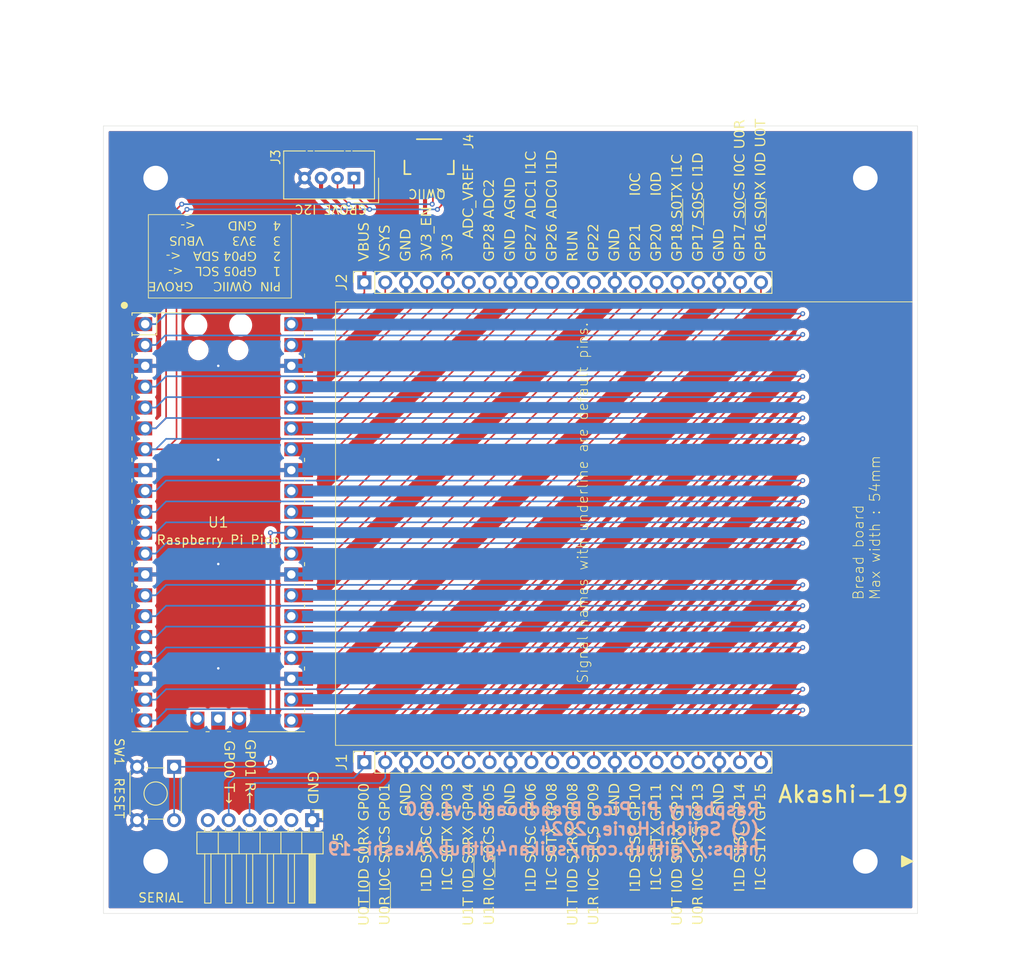
<source format=kicad_pcb>
(kicad_pcb (version 20221018) (generator pcbnew)
  (layers (0 "F.Cu" signal) (31 "B.Cu" signal) (34 "B.Paste" user) (35 "F.Paste" user) (36 "B.SilkS" user "B.Silkscreen") (37 "F.SilkS" user "F.Silkscreen") (38 "B.Mask" user) (39 "F.Mask" user) (44 "Edge.Cuts" user))
  (net 0 "")
  (net 4 "/SCL")
  (net 5 "/SDA")
  (net 6 "Net-(J2-Pin_4)")
  (net 7 "Net-(J1-Pin_4)")
  (net 8 "+5V")
  (net 9 "/TX")
  (net 10 "Net-(J2-Pin_9)")
  (net 11 "Net-(J2-Pin_10)")
  (net 12 "Net-(J2-Pin_11)")
  (net 13 "Net-(J2-Pin_12)")
  (net 14 "Net-(J2-Pin_14)")
  (net 15 "Net-(J2-Pin_15)")
  (net 16 "Net-(J2-Pin_16)")
  (net 17 "Net-(J2-Pin_17)")
  (net 18 "GND")
  (net 19 "Net-(J2-Pin_19)")
  (net 20 "Net-(J2-Pin_20)")
  (net 21 "Net-(J1-Pin_5)")
  (net 22 "Net-(J1-Pin_9)")
  (net 23 "Net-(J1-Pin_10)")
  (net 24 "Net-(J1-Pin_11)")
  (net 25 "Net-(J1-Pin_12)")
  (net 26 "Net-(J1-Pin_14)")
  (net 27 "Net-(J1-Pin_15)")
  (net 28 "Net-(J1-Pin_16)")
  (net 29 "Net-(J1-Pin_17)")
  (net 30 "Net-(J1-Pin_19)")
  (net 31 "Net-(J1-Pin_20)")
  (net 32 "Net-(J2-Pin_2)")
  (net 33 "+3.3V")
  (net 34 "Net-(J2-Pin_6)")
  (net 35 "Net-(J2-Pin_7)")
  (net 36 "/RX")
  (footprint "Connector_PinSocket_2.54mm:PinSocket_1x20_P2.54mm_Vertical" (layer "F.Cu") (at 129.54 129.54 90)
    (fp_text reference "J1" (at 0 -2.77 90) (layer "F.SilkS") (effects (font (size 1.25 1.25))))
    (fp_text value "Conn_01x20_Socket" hide)
    (pad "1" thru_hole rect (at 0 0 90) (size 1.7 1.7) (drill 1) (layers "*.Cu" "*.Mask") (net 9 "/TX"))
    (pad "2" thru_hole oval (at 0 2.54 90) (size 1.7 1.7) (drill 1) (layers "*.Cu" "*.Mask") (net 36 "/RX"))
    (pad "3" thru_hole oval (at 0 5.08 90) (size 1.7 1.7) (drill 1) (layers "*.Cu" "*.Mask") (net 18 "GND"))
    (pad "4" thru_hole oval (at 0 7.62 90) (size 1.7 1.7) (drill 1) (layers "*.Cu" "*.Mask") (net 7 "Net-(J1-Pin_4)"))
    (pad "5" thru_hole oval (at 0 10.16 90) (size 1.7 1.7) (drill 1) (layers "*.Cu" "*.Mask") (net 21 "Net-(J1-Pin_5)"))
    (pad "6" thru_hole oval (at 0 12.7 90) (size 1.7 1.7) (drill 1) (layers "*.Cu" "*.Mask") (net 5 "/SDA"))
    (pad "7" thru_hole oval (at 0 15.24 90) (size 1.7 1.7) (drill 1) (layers "*.Cu" "*.Mask") (net 4 "/SCL"))
    (pad "8" thru_hole oval (at 0 17.78 90) (size 1.7 1.7) (drill 1) (layers "*.Cu" "*.Mask") (net 18 "GND"))
    (pad "9" thru_hole oval (at 0 20.32 90) (size 1.7 1.7) (drill 1) (layers "*.Cu" "*.Mask") (net 22 "Net-(J1-Pin_9)"))
    (pad "10" thru_hole oval (at 0 22.86 90) (size 1.7 1.7) (drill 1) (layers "*.Cu" "*.Mask") (net 23 "Net-(J1-Pin_10)"))
    (pad "11" thru_hole oval (at 0 25.4 90) (size 1.7 1.7) (drill 1) (layers "*.Cu" "*.Mask") (net 24 "Net-(J1-Pin_11)"))
    (pad "12" thru_hole oval (at 0 27.94 90) (size 1.7 1.7) (drill 1) (layers "*.Cu" "*.Mask") (net 25 "Net-(J1-Pin_12)"))
    (pad "13" thru_hole oval (at 0 30.48 90) (size 1.7 1.7) (drill 1) (layers "*.Cu" "*.Mask") (net 18 "GND"))
    (pad "14" thru_hole oval (at 0 33.02 90) (size 1.7 1.7) (drill 1) (layers "*.Cu" "*.Mask") (net 26 "Net-(J1-Pin_14)"))
    (pad "15" thru_hole oval (at 0 35.56 90) (size 1.7 1.7) (drill 1) (layers "*.Cu" "*.Mask") (net 27 "Net-(J1-Pin_15)"))
    (pad "16" thru_hole oval (at 0 38.1 90) (size 1.7 1.7) (drill 1) (layers "*.Cu" "*.Mask") (net 28 "Net-(J1-Pin_16)"))
    (pad "17" thru_hole oval (at 0 40.64 90) (size 1.7 1.7) (drill 1) (layers "*.Cu" "*.Mask") (net 29 "Net-(J1-Pin_17)"))
    (pad "18" thru_hole oval (at 0 43.18 90) (size 1.7 1.7) (drill 1) (layers "*.Cu" "*.Mask") (net 18 "GND"))
    (pad "19" thru_hole oval (at 0 45.72 90) (size 1.7 1.7) (drill 1) (layers "*.Cu" "*.Mask") (net 30 "Net-(J1-Pin_19)"))
    (pad "20" thru_hole oval (at 0 48.26 90) (size 1.7 1.7) (drill 1) (layers "*.Cu" "*.Mask") (net 31 "Net-(J1-Pin_20)"))
  )
  (footprint "Button_Switch_THT:SW_TH_Tactile_Omron_B3F-10xx" (layer "F.Cu") (at 106.39 130.1 -90)
    (fp_text reference "SW1" (at -1.83 6.695 -90 unlocked) (layer "F.SilkS") (effects (font (size 1.1 1.1))))
    (fp_text value "RESET" (at 3.81 6.695 -90 unlocked) (layer "F.SilkS") (effects (font (size 1.1 1.1))))
    (pad "1" thru_hole rect (at 0 0 270) (size 1.7 1.7) (drill 1) (layers "*.Cu" "*.Mask") (net 12 "Net-(J2-Pin_11)"))
    (pad "1" thru_hole circle (at 6.5 0 270) (size 1.7 1.7) (drill 1) (layers "*.Cu" "*.Mask") (net 12 "Net-(J2-Pin_11)"))
    (pad "2" thru_hole circle (at 0 4.5 270) (size 1.7 1.7) (drill 1) (layers "*.Cu" "*.Mask") (net 18 "GND"))
    (pad "2" thru_hole circle (at 6.5 4.5 270) (size 1.7 1.7) (drill 1) (layers "*.Cu" "*.Mask") (net 18 "GND"))
  )
  (footprint "Connector_PinSocket_2.54mm:PinSocket_1x20_P2.54mm_Vertical" (layer "F.Cu") (at 129.54 71.12 90)
    (fp_text reference "J2" (at 0 -2.77 90) (layer "F.SilkS") (effects (font (size 1.25 1.25))))
    (fp_text value "Conn_01x20_Socket" hide)
    (pad "1" thru_hole rect (at 0 0 90) (size 1.7 1.7) (drill 1) (layers "*.Cu" "*.Mask") (net 8 "+5V"))
    (pad "2" thru_hole oval (at 0 2.54 90) (size 1.7 1.7) (drill 1) (layers "*.Cu" "*.Mask") (net 32 "Net-(J2-Pin_2)"))
    (pad "3" thru_hole oval (at 0 5.08 90) (size 1.7 1.7) (drill 1) (layers "*.Cu" "*.Mask") (net 18 "GND"))
    (pad "4" thru_hole oval (at 0 7.62 90) (size 1.7 1.7) (drill 1) (layers "*.Cu" "*.Mask") (net 6 "Net-(J2-Pin_4)"))
    (pad "5" thru_hole oval (at 0 10.16 90) (size 1.7 1.7) (drill 1) (layers "*.Cu" "*.Mask") (net 33 "+3.3V"))
    (pad "6" thru_hole oval (at 0 12.7 90) (size 1.7 1.7) (drill 1) (layers "*.Cu" "*.Mask") (net 34 "Net-(J2-Pin_6)"))
    (pad "7" thru_hole oval (at 0 15.24 90) (size 1.7 1.7) (drill 1) (layers "*.Cu" "*.Mask") (net 35 "Net-(J2-Pin_7)"))
    (pad "8" thru_hole oval (at 0 17.78 90) (size 1.7 1.7) (drill 1) (layers "*.Cu" "*.Mask") (net 18 "GND"))
    (pad "9" thru_hole oval (at 0 20.32 90) (size 1.7 1.7) (drill 1) (layers "*.Cu" "*.Mask") (net 10 "Net-(J2-Pin_9)"))
    (pad "10" thru_hole oval (at 0 22.86 90) (size 1.7 1.7) (drill 1) (layers "*.Cu" "*.Mask") (net 11 "Net-(J2-Pin_10)"))
    (pad "11" thru_hole oval (at 0 25.4 90) (size 1.7 1.7) (drill 1) (layers "*.Cu" "*.Mask") (net 12 "Net-(J2-Pin_11)"))
    (pad "12" thru_hole oval (at 0 27.94 90) (size 1.7 1.7) (drill 1) (layers "*.Cu" "*.Mask") (net 13 "Net-(J2-Pin_12)"))
    (pad "13" thru_hole oval (at 0 30.48 90) (size 1.7 1.7) (drill 1) (layers "*.Cu" "*.Mask") (net 18 "GND"))
    (pad "14" thru_hole oval (at 0 33.02 90) (size 1.7 1.7) (drill 1) (layers "*.Cu" "*.Mask") (net 14 "Net-(J2-Pin_14)"))
    (pad "15" thru_hole oval (at 0 35.56 90) (size 1.7 1.7) (drill 1) (layers "*.Cu" "*.Mask") (net 15 "Net-(J2-Pin_15)"))
    (pad "16" thru_hole oval (at 0 38.1 90) (size 1.7 1.7) (drill 1) (layers "*.Cu" "*.Mask") (net 16 "Net-(J2-Pin_16)"))
    (pad "17" thru_hole oval (at 0 40.64 90) (size 1.7 1.7) (drill 1) (layers "*.Cu" "*.Mask") (net 17 "Net-(J2-Pin_17)"))
    (pad "18" thru_hole oval (at 0 43.18 90) (size 1.7 1.7) (drill 1) (layers "*.Cu" "*.Mask") (net 18 "GND"))
    (pad "19" thru_hole oval (at 0 45.72 90) (size 1.7 1.7) (drill 1) (layers "*.Cu" "*.Mask") (net 19 "Net-(J2-Pin_19)"))
    (pad "20" thru_hole oval (at 0 48.26 90) (size 1.7 1.7) (drill 1) (layers "*.Cu" "*.Mask") (net 20 "Net-(J2-Pin_20)"))
  )
  (footprint "local_footprint:RPi_Pico_SMD_TH" (layer "F.Cu") (at 111.76 100.33)
    (fp_text reference "U1" (at 0 0) (layer "F.SilkS") (effects (font (size 1.25 1.25))))
    (fp_text value "Raspberry Pi Pico" (at 0 2.159) (layer "F.SilkS") (effects (font (size 1.1 1.1))))
    (pad "" np_thru_hole oval (at -2.725 -24) (size 1.8 1.8) (drill 1.8) (layers "*.Cu" "*.Mask"))
    (pad "" np_thru_hole oval (at -2.425 -20.97) (size 1.5 1.5) (drill 1.5) (layers "*.Cu" "*.Mask"))
    (pad "" np_thru_hole oval (at 2.425 -20.97) (size 1.5 1.5) (drill 1.5) (layers "*.Cu" "*.Mask"))
    (pad "" np_thru_hole oval (at 2.725 -24) (size 1.8 1.8) (drill 1.8) (layers "*.Cu" "*.Mask"))
    (pad "1" thru_hole oval (at -8.89 -24.13) (size 1.7 1.7) (drill 1.02) (layers "*.Cu" "*.Mask") (net 9 "/TX"))
    (pad "1" smd rect (at -8.89 -24.13) (size 3.5 1.7) (drill (offset -0.9 0)) (layers "F.Cu" "F.Mask") (net 9 "/TX"))
    (pad "2" thru_hole oval (at -8.89 -21.59) (size 1.7 1.7) (drill 1.02) (layers "*.Cu" "*.Mask") (net 36 "/RX"))
    (pad "2" smd rect (at -8.89 -21.59) (size 3.5 1.7) (drill (offset -0.9 0)) (layers "F.Cu" "F.Mask") (net 36 "/RX"))
    (pad "3" thru_hole rect (at -8.89 -19.05) (size 1.7 1.7) (drill 1.02) (layers "*.Cu" "*.Mask") (net 18 "GND"))
    (pad "3" smd rect (at -8.89 -19.05) (size 3.5 1.7) (drill (offset -0.9 0)) (layers "F.Cu" "F.Mask") (net 18 "GND"))
    (pad "4" thru_hole oval (at -8.89 -16.51) (size 1.7 1.7) (drill 1.02) (layers "*.Cu" "*.Mask") (net 7 "Net-(J1-Pin_4)"))
    (pad "4" smd rect (at -8.89 -16.51) (size 3.5 1.7) (drill (offset -0.9 0)) (layers "F.Cu" "F.Mask") (net 7 "Net-(J1-Pin_4)"))
    (pad "5" thru_hole oval (at -8.89 -13.97) (size 1.7 1.7) (drill 1.02) (layers "*.Cu" "*.Mask") (net 21 "Net-(J1-Pin_5)"))
    (pad "5" smd rect (at -8.89 -13.97) (size 3.5 1.7) (drill (offset -0.9 0)) (layers "F.Cu" "F.Mask") (net 21 "Net-(J1-Pin_5)"))
    (pad "6" thru_hole oval (at -8.89 -11.43) (size 1.7 1.7) (drill 1.02) (layers "*.Cu" "*.Mask") (net 5 "/SDA"))
    (pad "6" smd rect (at -8.89 -11.43) (size 3.5 1.7) (drill (offset -0.9 0)) (layers "F.Cu" "F.Mask") (net 5 "/SDA"))
    (pad "7" thru_hole oval (at -8.89 -8.89) (size 1.7 1.7) (drill 1.02) (layers "*.Cu" "*.Mask") (net 4 "/SCL"))
    (pad "7" smd rect (at -8.89 -8.89) (size 3.5 1.7) (drill (offset -0.9 0)) (layers "F.Cu" "F.Mask") (net 4 "/SCL"))
    (pad "8" thru_hole rect (at -8.89 -6.35) (size 1.7 1.7) (drill 1.02) (layers "*.Cu" "*.Mask") (net 18 "GND"))
    (pad "8" smd rect (at -8.89 -6.35) (size 3.5 1.7) (drill (offset -0.9 0)) (layers "F.Cu" "F.Mask") (net 18 "GND"))
    (pad "9" thru_hole oval (at -8.89 -3.81) (size 1.7 1.7) (drill 1.02) (layers "*.Cu" "*.Mask") (net 22 "Net-(J1-Pin_9)"))
    (pad "9" smd rect (at -8.89 -3.81) (size 3.5 1.7) (drill (offset -0.9 0)) (layers "F.Cu" "F.Mask") (net 22 "Net-(J1-Pin_9)"))
    (pad "10" thru_hole oval (at -8.89 -1.27) (size 1.7 1.7) (drill 1.02) (layers "*.Cu" "*.Mask") (net 23 "Net-(J1-Pin_10)"))
    (pad "10" smd rect (at -8.89 -1.27) (size 3.5 1.7) (drill (offset -0.9 0)) (layers "F.Cu" "F.Mask") (net 23 "Net-(J1-Pin_10)"))
    (pad "11" thru_hole oval (at -8.89 1.27) (size 1.7 1.7) (drill 1.02) (layers "*.Cu" "*.Mask") (net 24 "Net-(J1-Pin_11)"))
    (pad "11" smd rect (at -8.89 1.27) (size 3.5 1.7) (drill (offset -0.9 0)) (layers "F.Cu" "F.Mask") (net 24 "Net-(J1-Pin_11)"))
    (pad "12" thru_hole oval (at -8.89 3.81) (size 1.7 1.7) (drill 1.02) (layers "*.Cu" "*.Mask") (net 25 "Net-(J1-Pin_12)"))
    (pad "12" smd rect (at -8.89 3.81) (size 3.5 1.7) (drill (offset -0.9 0)) (layers "F.Cu" "F.Mask") (net 25 "Net-(J1-Pin_12)"))
    (pad "13" thru_hole rect (at -8.89 6.35) (size 1.7 1.7) (drill 1.02) (layers "*.Cu" "*.Mask") (net 18 "GND"))
    (pad "13" smd rect (at -8.89 6.35) (size 3.5 1.7) (drill (offset -0.9 0)) (layers "F.Cu" "F.Mask") (net 18 "GND"))
    (pad "14" thru_hole oval (at -8.89 8.89) (size 1.7 1.7) (drill 1.02) (layers "*.Cu" "*.Mask") (net 26 "Net-(J1-Pin_14)"))
    (pad "14" smd rect (at -8.89 8.89) (size 3.5 1.7) (drill (offset -0.9 0)) (layers "F.Cu" "F.Mask") (net 26 "Net-(J1-Pin_14)"))
    (pad "15" thru_hole oval (at -8.89 11.43) (size 1.7 1.7) (drill 1.02) (layers "*.Cu" "*.Mask") (net 27 "Net-(J1-Pin_15)"))
    (pad "15" smd rect (at -8.89 11.43) (size 3.5 1.7) (drill (offset -0.9 0)) (layers "F.Cu" "F.Mask") (net 27 "Net-(J1-Pin_15)"))
    (pad "16" thru_hole oval (at -8.89 13.97) (size 1.7 1.7) (drill 1.02) (layers "*.Cu" "*.Mask") (net 28 "Net-(J1-Pin_16)"))
    (pad "16" smd rect (at -8.89 13.97) (size 3.5 1.7) (drill (offset -0.9 0)) (layers "F.Cu" "F.Mask") (net 28 "Net-(J1-Pin_16)"))
    (pad "17" thru_hole oval (at -8.89 16.51) (size 1.7 1.7) (drill 1.02) (layers "*.Cu" "*.Mask") (net 29 "Net-(J1-Pin_17)"))
    (pad "17" smd rect (at -8.89 16.51) (size 3.5 1.7) (drill (offset -0.9 0)) (layers "F.Cu" "F.Mask") (net 29 "Net-(J1-Pin_17)"))
    (pad "18" thru_hole rect (at -8.89 19.05) (size 1.7 1.7) (drill 1.02) (layers "*.Cu" "*.Mask") (net 18 "GND"))
    (pad "18" smd rect (at -8.89 19.05) (size 3.5 1.7) (drill (offset -0.9 0)) (layers "F.Cu" "F.Mask") (net 18 "GND"))
    (pad "19" thru_hole oval (at -8.89 21.59) (size 1.7 1.7) (drill 1.02) (layers "*.Cu" "*.Mask") (net 30 "Net-(J1-Pin_19)"))
    (pad "19" smd rect (at -8.89 21.59) (size 3.5 1.7) (drill (offset -0.9 0)) (layers "F.Cu" "F.Mask") (net 30 "Net-(J1-Pin_19)"))
    (pad "20" thru_hole oval (at -8.89 24.13) (size 1.7 1.7) (drill 1.02) (layers "*.Cu" "*.Mask") (net 31 "Net-(J1-Pin_20)"))
    (pad "20" smd rect (at -8.89 24.13) (size 3.5 1.7) (drill (offset -0.9 0)) (layers "F.Cu" "F.Mask") (net 31 "Net-(J1-Pin_20)"))
    (pad "21" thru_hole oval (at 8.89 24.13) (size 1.7 1.7) (drill 1.02) (layers "*.Cu" "*.Mask") (net 20 "Net-(J2-Pin_20)"))
    (pad "21" smd rect (at 8.89 24.13) (size 3.5 1.7) (drill (offset 0.9 0)) (layers "F.Cu" "F.Mask") (net 20 "Net-(J2-Pin_20)"))
    (pad "22" thru_hole oval (at 8.89 21.59) (size 1.7 1.7) (drill 1.02) (layers "*.Cu" "*.Mask") (net 19 "Net-(J2-Pin_19)"))
    (pad "22" smd rect (at 8.89 21.59) (size 3.5 1.7) (drill (offset 0.9 0)) (layers "F.Cu" "F.Mask") (net 19 "Net-(J2-Pin_19)"))
    (pad "23" thru_hole rect (at 8.89 19.05) (size 1.7 1.7) (drill 1.02) (layers "*.Cu" "*.Mask") (net 18 "GND"))
    (pad "23" smd rect (at 8.89 19.05) (size 3.5 1.7) (drill (offset 0.9 0)) (layers "F.Cu" "F.Mask") (net 18 "GND"))
    (pad "24" thru_hole oval (at 8.89 16.51) (size 1.7 1.7) (drill 1.02) (layers "*.Cu" "*.Mask") (net 17 "Net-(J2-Pin_17)"))
    (pad "24" smd rect (at 8.89 16.51) (size 3.5 1.7) (drill (offset 0.9 0)) (layers "F.Cu" "F.Mask") (net 17 "Net-(J2-Pin_17)"))
    (pad "25" thru_hole oval (at 8.89 13.97) (size 1.7 1.7) (drill 1.02) (layers "*.Cu" "*.Mask") (net 16 "Net-(J2-Pin_16)"))
    (pad "25" smd rect (at 8.89 13.97) (size 3.5 1.7) (drill (offset 0.9 0)) (layers "F.Cu" "F.Mask") (net 16 "Net-(J2-Pin_16)"))
    (pad "26" thru_hole oval (at 8.89 11.43) (size 1.7 1.7) (drill 1.02) (layers "*.Cu" "*.Mask") (net 15 "Net-(J2-Pin_15)"))
    (pad "26" smd rect (at 8.89 11.43) (size 3.5 1.7) (drill (offset 0.9 0)) (layers "F.Cu" "F.Mask") (net 15 "Net-(J2-Pin_15)"))
    (pad "27" thru_hole oval (at 8.89 8.89) (size 1.7 1.7) (drill 1.02) (layers "*.Cu" "*.Mask") (net 14 "Net-(J2-Pin_14)"))
    (pad "27" smd rect (at 8.89 8.89) (size 3.5 1.7) (drill (offset 0.9 0)) (layers "F.Cu" "F.Mask") (net 14 "Net-(J2-Pin_14)"))
    (pad "28" thru_hole rect (at 8.89 6.35) (size 1.7 1.7) (drill 1.02) (layers "*.Cu" "*.Mask") (net 18 "GND"))
    (pad "28" smd rect (at 8.89 6.35) (size 3.5 1.7) (drill (offset 0.9 0)) (layers "F.Cu" "F.Mask") (net 18 "GND"))
    (pad "29" thru_hole oval (at 8.89 3.81) (size 1.7 1.7) (drill 1.02) (layers "*.Cu" "*.Mask") (net 13 "Net-(J2-Pin_12)"))
    (pad "29" smd rect (at 8.89 3.81) (size 3.5 1.7) (drill (offset 0.9 0)) (layers "F.Cu" "F.Mask") (net 13 "Net-(J2-Pin_12)"))
    (pad "30" thru_hole oval (at 8.89 1.27) (size 1.7 1.7) (drill 1.02) (layers "*.Cu" "*.Mask") (net 12 "Net-(J2-Pin_11)"))
    (pad "30" smd rect (at 8.89 1.27) (size 3.5 1.7) (drill (offset 0.9 0)) (layers "F.Cu" "F.Mask") (net 12 "Net-(J2-Pin_11)"))
    (pad "31" thru_hole oval (at 8.89 -1.27) (size 1.7 1.7) (drill 1.02) (layers "*.Cu" "*.Mask") (net 11 "Net-(J2-Pin_10)"))
    (pad "31" smd rect (at 8.89 -1.27) (size 3.5 1.7) (drill (offset 0.9 0)) (layers "F.Cu" "F.Mask") (net 11 "Net-(J2-Pin_10)"))
    (pad "32" thru_hole oval (at 8.89 -3.81) (size 1.7 1.7) (drill 1.02) (layers "*.Cu" "*.Mask") (net 10 "Net-(J2-Pin_9)"))
    (pad "32" smd rect (at 8.89 -3.81) (size 3.5 1.7) (drill (offset 0.9 0)) (layers "F.Cu" "F.Mask") (net 10 "Net-(J2-Pin_9)"))
    (pad "33" thru_hole rect (at 8.89 -6.35) (size 1.7 1.7) (drill 1.02) (layers "*.Cu" "*.Mask") (net 18 "GND"))
    (pad "33" smd rect (at 8.89 -6.35) (size 3.5 1.7) (drill (offset 0.9 0)) (layers "F.Cu" "F.Mask") (net 18 "GND"))
    (pad "34" thru_hole oval (at 8.89 -8.89) (size 1.7 1.7) (drill 1.02) (layers "*.Cu" "*.Mask") (net 35 "Net-(J2-Pin_7)"))
    (pad "34" smd rect (at 8.89 -8.89) (size 3.5 1.7) (drill (offset 0.9 0)) (layers "F.Cu" "F.Mask") (net 35 "Net-(J2-Pin_7)"))
    (pad "35" thru_hole oval (at 8.89 -11.43) (size 1.7 1.7) (drill 1.02) (layers "*.Cu" "*.Mask") (net 34 "Net-(J2-Pin_6)"))
    (pad "35" smd rect (at 8.89 -11.43) (size 3.5 1.7) (drill (offset 0.9 0)) (layers "F.Cu" "F.Mask") (net 34 "Net-(J2-Pin_6)"))
    (pad "36" thru_hole oval (at 8.89 -13.97) (size 1.7 1.7) (drill 1.02) (layers "*.Cu" "*.Mask") (net 33 "+3.3V"))
    (pad "36" smd rect (at 8.89 -13.97) (size 3.5 1.7) (drill (offset 0.9 0)) (layers "F.Cu" "F.Mask") (net 33 "+3.3V"))
    (pad "37" thru_hole oval (at 8.89 -16.51) (size 1.7 1.7) (drill 1.02) (layers "*.Cu" "*.Mask") (net 6 "Net-(J2-Pin_4)"))
    (pad "37" smd rect (at 8.89 -16.51) (size 3.5 1.7) (drill (offset 0.9 0)) (layers "F.Cu" "F.Mask") (net 6 "Net-(J2-Pin_4)"))
    (pad "38" thru_hole rect (at 8.89 -19.05) (size 1.7 1.7) (drill 1.02) (layers "*.Cu" "*.Mask") (net 18 "GND"))
    (pad "38" smd rect (at 8.89 -19.05) (size 3.5 1.7) (drill (offset 0.9 0)) (layers "F.Cu" "F.Mask") (net 18 "GND"))
    (pad "39" thru_hole oval (at 8.89 -21.59) (size 1.7 1.7) (drill 1.02) (layers "*.Cu" "*.Mask") (net 32 "Net-(J2-Pin_2)"))
    (pad "39" smd rect (at 8.89 -21.59) (size 3.5 1.7) (drill (offset 0.9 0)) (layers "F.Cu" "F.Mask") (net 32 "Net-(J2-Pin_2)"))
    (pad "40" thru_hole oval (at 8.89 -24.13) (size 1.7 1.7) (drill 1.02) (layers "*.Cu" "*.Mask") (net 8 "+5V"))
    (pad "40" smd rect (at 8.89 -24.13) (size 3.5 1.7) (drill (offset 0.9 0)) (layers "F.Cu" "F.Mask") (net 8 "+5V"))
    (pad "41" thru_hole oval (at -2.54 23.9) (size 1.7 1.7) (drill 1.02) (layers "*.Cu" "*.Mask"))
    (pad "41" smd rect (at -2.54 23.9 90) (size 3.5 1.7) (drill (offset -0.9 0)) (layers "F.Cu" "F.Mask"))
    (pad "42" thru_hole rect (at 0 23.9) (size 1.7 1.7) (drill 1.02) (layers "*.Cu" "*.Mask"))
    (pad "42" smd rect (at 0 23.9 90) (size 3.5 1.7) (drill (offset -0.9 0)) (layers "F.Cu" "F.Mask"))
    (pad "43" thru_hole oval (at 2.54 23.9) (size 1.7 1.7) (drill 1.02) (layers "*.Cu" "*.Mask"))
    (pad "43" smd rect (at 2.54 23.9 90) (size 3.5 1.7) (drill (offset -0.9 0)) (layers "F.Cu" "F.Mask"))
  )
  (footprint "Connector_PinHeader_2.54mm:PinHeader_1x06_P2.54mm_Horizontal" (layer "F.Cu") (at 123.19 136.595 -90)
    (fp_text reference "J5" (at 2.47 -3.175 90) (layer "F.SilkS") (effects (font (size 1.1 1.1))))
    (fp_text value "SERIAL" (at 9.455 18.415 unlocked) (layer "F.SilkS") (effects (font (size 1.1 1.1))))
    (pad "1" thru_hole rect (at 0 0 270) (size 1.7 1.7) (drill 1) (layers "*.Cu" "*.Mask") (net 18 "GND"))
    (pad "2" thru_hole oval (at 0 2.54 270) (size 1.7 1.7) (drill 1) (layers "*.Cu" "*.Mask"))
    (pad "3" thru_hole oval (at 0 5.08 270) (size 1.7 1.7) (drill 1) (layers "*.Cu" "*.Mask"))
    (pad "4" thru_hole oval (at 0 7.62 270) (size 1.7 1.7) (drill 1) (layers "*.Cu" "*.Mask") (net 36 "/RX"))
    (pad "5" thru_hole oval (at 0 10.16 270) (size 1.7 1.7) (drill 1) (layers "*.Cu" "*.Mask") (net 9 "/TX"))
    (pad "6" thru_hole oval (at 0 12.7 270) (size 1.7 1.7) (drill 1) (layers "*.Cu" "*.Mask"))
  )
  (footprint "sparkfun_conn:JST04_1MM_RA" (layer "F.Cu") (at 137.42 58.285 180)
    (fp_text reference "J4" (at -5.455 4.31 90) (layer "F.SilkS") (effects (font (size 1.1 1.1)) (justify bottom)))
    (fp_text value "QWIIC" (at 0.26 -1.405 180 unlocked) (layer "F.SilkS") (effects (font (size 1.1 1.1)) (justify bottom)))
    (pad "1" smd rect (at -1.5 0 180) (size 0.6 1.35) (layers "F.Cu" "F.Paste" "F.Mask") (net 4 "/SCL"))
    (pad "2" smd rect (at -0.5 0 180) (size 0.6 1.35) (layers "F.Cu" "F.Paste" "F.Mask") (net 5 "/SDA"))
    (pad "3" smd rect (at 0.5 0 180) (size 0.6 1.35) (layers "F.Cu" "F.Paste" "F.Mask") (net 33 "+3.3V"))
    (pad "4" smd rect (at 1.5 0 180) (size 0.6 1.35) (layers "F.Cu" "F.Paste" "F.Mask") (net 18 "GND"))
    (pad "NC1" smd rect (at 2.8 3.675 180) (size 1.2 2) (layers "F.Cu" "F.Paste" "F.Mask"))
    (pad "NC2" smd rect (at -2.8 3.675 180) (size 1.2 2) (layers "F.Cu" "F.Paste" "F.Mask"))
  )
  (footprint "Connector:NS-Tech_Grove_1x04_P2mm_Vertical" (layer "F.Cu") (at 128.27 58.42 -90)
    (fp_text reference "J3" (at -2.54 9.525 90) (layer "F.SilkS") (effects (font (size 1.1 1.1))))
    (fp_text value "GROVE I2C" (at 3.81 2.83 180 unlocked) (layer "F.SilkS") (effects (font (size 1.1 1.1))))
    (pad "1" thru_hole rect (at 0 0 270) (size 1.524 1.524) (drill 0.762) (layers "*.Cu" "*.Mask") (net 4 "/SCL"))
    (pad "2" thru_hole circle (at 0 2 270) (size 1.524 1.524) (drill 0.762) (layers "*.Cu" "*.Mask") (net 5 "/SDA"))
    (pad "3" thru_hole circle (at 0 4 270) (size 1.524 1.524) (drill 0.762) (layers "*.Cu" "*.Mask") (net 8 "+5V"))
    (pad "4" thru_hole circle (at 0 6 270) (size 1.524 1.524) (drill 0.762) (layers "*.Cu" "*.Mask") (net 18 "GND"))
  )
  (gr_line (start 178.435 64.135) (end 178.435 60.96) (stroke (width 0.1)) (layer "F.SilkS"))
  (gr_line (start 145.415 143.51) (end 145.415 140.97) (stroke (width 0.1)) (layer "F.SilkS"))
  (gr_line (start 132.715 147.32) (end 132.715 144.145) (stroke (width 0.1)) (layer "F.SilkS"))
  (gr_line (start 126.03 73.49) (end 126.03 127.49) (stroke (width 0.1)) (layer "F.SilkS"))
  (gr_poly (pts (xy 196.215 141.605) (xy 194.945 140.97) (xy 194.945 142.24)) (stroke (width 0.2)) (fill solid) (layer "F.SilkS"))
  (gr_line (start 142.875 143.51) (end 142.875 140.97) (stroke (width 0.1)) (layer "F.SilkS"))
  (gr_line (start 196.215 73.49) (end 126.03 73.49) (stroke (width 0.1)) (layer "F.SilkS"))
  (gr_line (start 130.175 147.32) (end 130.175 144.145) (stroke (width 0.1)) (layer "F.SilkS"))
  (gr_line (start 168.275 64.135) (end 168.275 60.96) (stroke (width 0.1)) (layer "F.SilkS"))
  (gr_rect (start 103.251 62.865) (end 120.65 73.025) (stroke (width 0.1)) (fill none) (layer "F.SilkS"))
  (gr_line (start 175.895 64.135) (end 175.895 60.96) (stroke (width 0.1)) (layer "F.SilkS"))
  (gr_line (start 126.03 127.49) (end 196.215 127.49) (stroke (width 0.1)) (layer "F.SilkS"))
  (gr_line (start 170.815 64.135) (end 170.815 60.96) (stroke (width 0.1)) (layer "F.SilkS"))
  (gr_circle (center 100.33 73.914) (end 100.711 73.914) (stroke (width 0.1)) (fill solid) (layer "F.SilkS"))
  (gr_line (start 196.85 52.07) (end 97.79 52.07) (stroke (width 0.05)) (layer "Edge.Cuts"))
  (gr_line (start 97.79 147.955) (end 196.85 147.955) (stroke (width 0.05)) (layer "Edge.Cuts"))
  (gr_line (start 97.79 52.07) (end 97.79 147.955) (stroke (width 0.05)) (layer "Edge.Cuts"))
  (gr_line (start 196.85 147.955) (end 196.85 52.07) (stroke (width 0.05)) (layer "Edge.Cuts"))
  (gr_text "Raspberry Pi Pico Breadboard. v1.0.0\n(C) Seiichi Horie, 2024\nhttps://github.com/suikan4github/Akashi-19" (at 177.8 140.97) (layer "B.SilkS") (effects (font (size 1.5 1.5) (thickness 0.3)) (justify left bottom mirror)))
  (gr_text "GND" (at 172.72 68.58 90) (layer "F.SilkS") (effects (font (size 1.25 1.25) (thickness 0.125)) (justify left)))
  (gr_text "GND" (at 134.62 68.58 90) (layer "F.SilkS") (effects (font (size 1.25 1.25) (thickness 0.125)) (justify left)))
  (gr_text "I1C S0TX GP03" (at 139.7 132.08 90) (layer "F.SilkS") (effects (font (size 1.25 1.25) (thickness 0.125)) (justify right)))
  (gr_text "U0R I0C S1CS GP13" (at 170.18 132.08 90) (layer "F.SilkS") (effects (font (size 1.25 1.25) (thickness 0.125)) (justify right)))
  (gr_text "I1C S1TX GP15" (at 177.8 132.08 90) (layer "F.SilkS") (effects (font (size 1.25 1.25) (thickness 0.125)) (justify right)))
  (gr_text "GP18 S0TX I1C" (at 167.64 68.58 90) (layer "F.SilkS") (effects (font (size 1.25 1.25) (thickness 0.125)) (justify left)))
  (gr_text "GP00 T→" (at 113.03 134.62 270) (layer "F.SilkS") (effects (font (size 1.25 1.25) (thickness 0.125)) (justify right)))
  (gr_text "VBUS" (at 129.54 68.58 90) (layer "F.SilkS") (effects (font (size 1.25 1.25) (thickness 0.125)) (justify left)))
  (gr_text "U0T I0D S0RX GP00" (at 129.54 132.08 90) (layer "F.SilkS") (effects (font (size 1.25 1.25) (thickness 0.125)) (justify right)))
  (gr_text "GND" (at 134.62 132.08 90) (layer "F.SilkS") (effects (font (size 1.25 1.25) (thickness 0.125)) (justify right)))
  (gr_text "I1C S0TX GP08" (at 152.4 132.08 90) (layer "F.SilkS") (effects (font (size 1.25 1.25) (thickness 0.125)) (justify right)))
  (gr_text "GP27 ADC1 I1C" (at 149.86 68.58 90) (layer "F.SilkS") (effects (font (size 1.25 1.25) (thickness 0.125)) (justify left)))
  (gr_text "GND" (at 123.19 134.62 270) (layer "F.SilkS") (effects (font (size 1.25 1.25) (thickness 0.125)) (justify right)))
  (gr_text "GND" (at 147.32 132.08 90) (layer "F.SilkS") (effects (font (size 1.25 1.25) (thickness 0.125)) (justify right)))
  (gr_text "GP22" (at 157.48 68.58 90) (layer "F.SilkS") (effects (font (size 1.25 1.25) (thickness 0.125)) (justify left)))
  (gr_text "U0T I0D S1RX GP12" (at 167.64 132.08 90) (layer "F.SilkS") (effects (font (size 1.25 1.25) (thickness 0.125)) (justify right)))
  (gr_text "GND" (at 160.02 132.08 90) (layer "F.SilkS") (effects (font (size 1.25 1.25) (thickness 0.125)) (justify right)))
  (gr_text "I1D S1SC GP14" (at 175.26 132.08 90) (layer "F.SilkS") (effects (font (size 1.25 1.25) (thickness 0.125)) (justify right)))
  (gr_text "GP17 S0CS I0C U0R" (at 175.26 68.58 90) (layer "F.SilkS") (effects (font (size 1.25 1.25) (thickness 0.125)) (justify left)))
  (gr_text "GP26 ADC0 I1D" (at 152.4 68.58 90) (layer "F.SilkS") (effects (font (size 1.25 1.25) (thickness 0.125)) (justify left)))
  (gr_text "U1T I0D S0RX GP04" (at 142.24 132.08 90) (layer "F.SilkS") (effects (font (size 1.25 1.25) (thickness 0.125)) (justify right)))
  (gr_text "VSYS" (at 132.08 68.58 90) (layer "F.SilkS") (effects (font (size 1.25 1.25) (thickness 0.125)) (justify left)))
  (gr_text "U0R I0C S0CS GP01" (at 132.08 132.08 90) (layer "F.SilkS") (effects (font (size 1.25 1.25) (thickness 0.125)) (justify right)))
  (gr_text "U1R I0C S0CS GP05" (at 144.78 132.08 90) (layer "F.SilkS") (effects (font (size 1.25 1.25) (thickness 0.125)) (justify right)))
  (gr_text "I1D S0SC GP06" (at 149.86 132.08 90) (layer "F.SilkS") (effects (font (size 1.25 1.25) (thickness 0.125)) (justify right)))
  (gr_text "I1D S1SC GP10" (at 162.56 132.08 90) (layer "F.SilkS") (effects (font (size 1.25 1.25) (thickness 0.125)) (justify right)))
  (gr_text "U1R I0C S1CS GP09" (at 157.48 132.08 90) (layer "F.SilkS") (effects (font (size 1.25 1.25) (thickness 0.125)) (justify right)))
  (gr_text "3V3_EN" (at 137.16 68.58 90) (layer "F.SilkS") (effects (font (size 1.25 1.25) (thickness 0.125)) (justify left)))
  (gr_text "PIN  QWIIC     GROVE\n1    GP05 SCL   <-\n2    GP04 SDA   <-\n3    3V3       VBUS\n4    GND        <-\n" (at 119.38 63.5 180) (layer "F.SilkS") (effects (font (size 1.1 1.1) (thickness 0.1)) (justify left bottom)))
  (gr_text "GND" (at 160.02 68.58 90) (layer "F.SilkS") (effects (font (size 1.25 1.25) (thickness 0.125)) (justify left)))
  (gr_text "RUN" (at 154.94 68.58 90) (layer "F.SilkS") (effects (font (size 1.25 1.25) (thickness 0.125)) (justify left)))
  (gr_text "Bread board\nMax width : 54mm" (at 192.405 109.855 90) (layer "F.SilkS") (effects (font (size 1.25 1.25) (thickness 0.1)) (justify left bottom)))
  (gr_text "GND" (at 172.72 132.08 90) (layer "F.SilkS") (effects (font (size 1.25 1.25) (thickness 0.125)) (justify right)))
  (gr_text "GND  AGND" (at 147.32 68.58 90) (layer "F.SilkS") (effects (font (size 1.25 1.25) (thickness 0.125)) (justify left)))
  (gr_text "     ADC_VREF" (at 142.24 68.58 90) (layer "F.SilkS") (effects (font (size 1.25 1.25) (thickness 0.125)) (justify left)))
  (gr_text "GP17 S0SC I1D" (at 170.18 68.58 90) (layer "F.SilkS") (effects (font (size 1.25 1.25) (thickness 0.125)) (justify left)))
  (gr_text "GP21      I0C" (at 162.56 68.58 90) (layer "F.SilkS") (effects (font (size 1.25 1.25) (thickness 0.125)) (justify left)))
  (gr_text "3V3" (at 139.7 68.58 90) (layer "F.SilkS") (effects (font (size 1.25 1.25) (thickness 0.125)) (justify left)))
  (gr_text "Signal names with underline are default pins. " (at 156.845 120.015 90) (layer "F.SilkS") (effects (font (size 1.25 1.25) (thickness 0.1)) (justify left bottom)))
  (gr_text "U1T I0D S1RX GP08" (at 154.94 132.08 90) (layer "F.SilkS") (effects (font (size 1.25 1.25) (thickness 0.125)) (justify right)))
  (gr_text "GP28 ADC2" (at 144.78 68.58 90) (layer "F.SilkS") (effects (font (size 1.25 1.25) (thickness 0.125)) (justify left)))
  (gr_text "I1D S0SC GP02" (at 137.16 132.08 90) (layer "F.SilkS") (effects (font (size 1.25 1.25) (thickness 0.125)) (justify right)))
  (gr_text "GP01 R←" (at 115.57 134.62 270) (layer "F.SilkS") (effects (font (size 1.25 1.25) (thickness 0.125)) (justify right)))
  (gr_text "GP16 S0RX I0D U0T" (at 177.8 68.58 90) (layer "F.SilkS") (effects (font (size 1.25 1.25) (thickness 0.125)) (justify left)))
  (gr_text "GP20      I0D" (at 165.1 68.58 90) (layer "F.SilkS") (effects (font (size 1.25 1.25) (thickness 0.125)) (justify left)))
  (gr_text "I1C S1TX GP11" (at 165.1 132.08 90) (layer "F.SilkS") (effects (font (size 1.25 1.25) (thickness 0.125)) (justify right)))
  (gr_text "Akashi-19" (at 179.705 134.62) (layer "F.SilkS") (effects (font (size 2 2) (thickness 0.3)) (justify left bottom)))
  (segment (start 106.68 90.17) (end 106.68 63.5) (width 0.2) (layer "F.Cu") (net 4))
  (segment (start 138.43 62.23) (end 138.92 61.74) (width 0.2) (layer "F.Cu") (net 4))
  (segment (start 130.175 62.23) (end 128.27 60.325) (width 0.2) (layer "F.Cu") (net 4))
  (segment (start 144.78 128.27) (end 182.88 90.17) (width 0.2) (layer "F.Cu") (net 4))
  (segment (start 138.92 61.74) (end 138.92 58.285) (width 0.2) (layer "F.Cu") (net 4))
  (segment (start 106.68 63.5) (end 107.95 62.23) (width 0.2) (layer "F.Cu") (net 4))
  (segment (start 128.27 60.325) (end 128.27 58.42) (width 0.2) (layer "F.Cu") (net 4))
  (segment (start 144.78 129.54) (end 144.78 128.27) (width 0.2) (layer "F.Cu") (net 4))
  (segment (start 105.41 91.44) (end 106.68 90.17) (width 0.2) (layer "F.Cu") (net 4))
  (segment (start 102.87 91.44) (end 105.41 91.44) (width 0.2) (layer "F.Cu") (net 4))
  (via (at 138.43 62.23) (size 0.6) (drill 0.3) (layers "F.Cu" "B.Cu") (net 4))
  (via (at 107.95 62.23) (size 0.6) (drill 0.3) (layers "F.Cu" "B.Cu") (net 4))
  (via (at 130.175 62.23) (size 0.6) (drill 0.3) (layers "F.Cu" "B.Cu") (net 4))
  (via (at 182.88 90.17) (size 0.6) (drill 0.3) (layers "F.Cu" "B.Cu") (net 4))
  (segment (start 105.41 90.17) (end 104.14 91.44) (width 0.2) (layer "B.Cu") (net 4))
  (segment (start 129.54 62.23) (end 130.175 62.23) (width 0.2) (layer "B.Cu") (net 4))
  (segment (start 182.88 90.17) (end 105.41 90.17) (width 0.2) (layer "B.Cu") (net 4))
  (segment (start 130.175 62.23) (end 107.95 62.23) (width 0.2) (layer "B.Cu") (net 4))
  (segment (start 104.14 91.44) (end 102.87 91.44) (width 0.2) (layer "B.Cu") (net 4))
  (segment (start 138.43 62.23) (end 129.54 62.23) (width 0.2) (layer "B.Cu") (net 4))
  (segment (start 127.635 61.595) (end 126.27 60.23) (width 0.2) (layer "F.Cu") (net 5))
  (segment (start 142.24 129.54) (end 142.24 128.27) (width 0.2) (layer "F.Cu") (net 5))
  (segment (start 105.41 63.5) (end 105.41 87.63) (width 0.2) (layer "F.Cu") (net 5))
  (segment (start 107.315 61.595) (end 105.41 63.5) (width 0.2) (layer "F.Cu") (net 5))
  (segment (start 105.41 87.63) (end 104.14 88.9) (width 0.2) (layer "F.Cu") (net 5))
  (segment (start 137.795 61.595) (end 137.871691 61.595) (width 0.2) (layer "F.Cu") (net 5))
  (segment (start 137.871691 61.595) (end 137.92 58.285) (width 0.2) (layer "F.Cu") (net 5))
  (segment (start 142.24 128.27) (end 182.88 87.63) (width 0.2) (layer "F.Cu") (net 5))
  (segment (start 104.14 88.9) (end 102.87 88.9) (width 0.2) (layer "F.Cu") (net 5))
  (segment (start 126.27 60.23) (end 126.27 58.42) (width 0.2) (layer "F.Cu") (net 5))
  (via (at 127.635 61.595) (size 0.6) (drill 0.3) (layers "F.Cu" "B.Cu") (net 5))
  (via (at 137.795 61.595) (size 0.6) (drill 0.3) (layers "F.Cu" "B.Cu") (net 5))
  (via (at 107.315 61.595) (size 0.6) (drill 0.3) (layers "F.Cu" "B.Cu") (net 5))
  (via (at 182.88 87.63) (size 0.6) (drill 0.3) (layers "F.Cu" "B.Cu") (net 5))
  (segment (start 137.795 61.595) (end 127.635 61.595) (width 0.2) (layer "B.Cu") (net 5))
  (segment (start 127.635 61.595) (end 107.315 61.595) (width 0.2) (layer "B.Cu") (net 5))
  (segment (start 102.87 88.9) (end 104.14 88.9) (width 0.2) (layer "B.Cu") (net 5))
  (segment (start 104.14 88.9) (end 105.41 87.63) (width 0.2) (layer "B.Cu") (net 5))
  (segment (start 105.41 87.63) (end 182.88 87.63) (width 0.2) (layer "B.Cu") (net 5))
  (segment (start 137.16 71.12) (end 137.16 72.39) (width 0.2) (layer "F.Cu") (net 6))
  (segment (start 137.16 72.39) (end 125.73 83.82) (width 0.2) (layer "F.Cu") (net 6))
  (segment (start 125.73 83.82) (end 120.65 83.82) (width 0.2) (layer "F.Cu") (net 6))
  (segment (start 137.16 128.27) (end 182.88 82.55) (width 0.2) (layer "F.Cu") (net 7))
  (segment (start 137.16 129.54) (end 137.16 128.27) (width 0.2) (layer "F.Cu") (net 7))
  (via (at 182.88 82.55) (size 0.6) (drill 0.3) (layers "F.Cu" "B.Cu") (net 7))
  (segment (start 105.41 82.55) (end 104.14 83.82) (width 0.2) (layer "B.Cu") (net 7))
  (segment (start 104.14 83.82) (end 102.87 83.82) (width 0.2) (layer "B.Cu") (net 7))
  (segment (start 182.88 82.55) (end 105.41 82.55) (width 0.2) (layer "B.Cu") (net 7))
  (segment (start 125.73 76.2) (end 120.65 76.2) (width 0.2) (layer "F.Cu") (net 8))
  (segment (start 129.54 71.12) (end 129.54 72.39) (width 0.2) (layer "F.Cu") (net 8))
  (segment (start 129.54 72.39) (end 125.73 76.2) (width 0.2) (layer "F.Cu") (net 8))
  (segment (start 129.54 71.12) (end 129.54 66.04) (width 0.5) (layer "F.Cu") (net 8))
  (segment (start 124.27 60.77) (end 124.27 58.42) (width 0.5) (layer "F.Cu") (net 8))
  (segment (start 129.54 66.04) (end 124.27 60.77) (width 0.5) (layer "F.Cu") (net 8))
  (segment (start 129.54 128.27) (end 182.88 74.93) (width 0.2) (layer "F.Cu") (net 9))
  (segment (start 129.54 129.54) (end 129.54 128.27) (width 0.2) (layer "F.Cu") (net 9))
  (via (at 182.88 74.93) (size 0.6) (drill 0.3) (layers "F.Cu" "B.Cu") (net 9))
  (segment (start 182.88 74.93) (end 105.41 74.93) (width 0.2) (layer "B.Cu") (net 9))
  (segment (start 104.14 76.2) (end 105.41 74.93) (width 0.2) (layer "B.Cu") (net 9))
  (segment (start 113.03 132.08) (end 113.665 131.445) (width 0.2) (layer "B.Cu") (net 9))
  (segment (start 128.27 131.445) (end 129.54 130.175) (width 0.2) (layer "B.Cu") (net 9))
  (segment (start 129.54 130.175) (end 129.54 129.54) (width 0.2) (layer "B.Cu") (net 9))
  (segment (start 113.665 131.445) (end 128.27 131.445) (width 0.2) (layer "B.Cu") (net 9))
  (segment (start 102.87 76.2) (end 104.14 76.2) (width 0.2) (layer "B.Cu") (net 9))
  (segment (start 113.03 136.595) (end 113.03 132.08) (width 0.2) (layer "B.Cu") (net 9))
  (segment (start 149.86 71.12) (end 149.86 72.39) (width 0.2) (layer "F.Cu") (net 10))
  (segment (start 149.86 72.39) (end 125.73 96.52) (width 0.2) (layer "F.Cu") (net 10))
  (segment (start 125.73 96.52) (end 120.65 96.52) (width 0.2) (layer "F.Cu") (net 10))
  (segment (start 125.73 99.06) (end 120.65 99.06) (width 0.2) (layer "F.Cu") (net 11))
  (segment (start 152.4 72.39) (end 125.73 99.06) (width 0.2) (layer "F.Cu") (net 11))
  (segment (start 152.4 71.12) (end 152.4 72.39) (width 0.2) (layer "F.Cu") (net 11))
  (segment (start 154.94 71.12) (end 154.94 72.39) (width 0.2) (layer "F.Cu") (net 12))
  (segment (start 125.73 101.6) (end 120.65 101.6) (width 0.2) (layer "F.Cu") (net 12))
  (segment (start 154.94 72.39) (end 125.73 101.6) (width 0.2) (layer "F.Cu") (net 12))
  (segment (start 118.11 129.54) (end 118.11 101.6) (width 0.2) (layer "F.Cu") (net 12))
  (via (at 118.11 101.6) (size 0.6) (drill 0.3) (layers "F.Cu" "B.Cu") (net 12))
  (via (at 118.11 129.54) (size 0.6) (drill 0.3) (layers "F.Cu" "B.Cu") (net 12))
  (segment (start 119.38 101.6) (end 118.11 101.6) (width 0.2) (layer "B.Cu") (net 12))
  (segment (start 106.39 130.1) (end 117.55 130.1) (width 0.2) (layer "B.Cu") (net 12))
  (segment (start 119.38 101.6) (end 120.65 101.6) (width 0.2) (layer "B.Cu") (net 12))
  (segment (start 117.55 130.1) (end 118.11 129.54) (width 0.2) (layer "B.Cu") (net 12))
  (segment (start 106.39 130.1) (end 106.39 136.6) (width 0.2) (layer "B.Cu") (net 12))
  (segment (start 157.48 72.39) (end 125.73 104.14) (width 0.2) (layer "F.Cu") (net 13))
  (segment (start 157.48 71.12) (end 157.48 72.39) (width 0.2) (layer "F.Cu") (net 13))
  (segment (start 125.73 104.14) (end 120.65 104.14) (width 0.2) (layer "F.Cu") (net 13))
  (segment (start 125.73 109.22) (end 120.65 109.22) (width 0.2) (layer "F.Cu") (net 14))
  (segment (start 162.56 72.39) (end 125.73 109.22) (width 0.2) (layer "F.Cu") (net 14))
  (segment (start 162.56 71.12) (end 162.56 72.39) (width 0.2) (layer "F.Cu") (net 14))
  (segment (start 125.73 111.76) (end 120.65 111.76) (width 0.2) (layer "F.Cu") (net 15))
  (segment (start 165.1 72.39) (end 125.73 111.76) (width 0.2) (layer "F.Cu") (net 15))
  (segment (start 165.1 71.12) (end 165.1 72.39) (width 0.2) (layer "F.Cu") (net 15))
  (segment (start 125.73 114.3) (end 120.65 114.3) (width 0.2) (layer "F.Cu") (net 16))
  (segment (start 167.64 72.39) (end 125.73 114.3) (width 0.2) (layer "F.Cu") (net 16))
  (segment (start 167.64 71.12) (end 167.64 72.39) (width 0.2) (layer "F.Cu") (net 16))
  (segment (start 125.73 116.84) (end 120.65 116.84) (width 0.2) (layer "F.Cu") (net 17))
  (segment (start 170.18 72.39) (end 125.73 116.84) (width 0.2) (layer "F.Cu") (net 17))
  (segment (start 170.18 71.12) (end 170.18 72.39) (width 0.2) (layer "F.Cu") (net 17))
  (via (at 111.76 81.28) (size 0.6) (drill 0.3) (layers "F.Cu" "B.Cu") (net 18))
  (via locked (at 104.14 58.42) (size 5) (drill 3) (layers "F.Cu" "B.Cu") (net 18))
  (via locked (at 190.5 58.42) (size 5) (drill 3) (layers "F.Cu" "B.Cu") (net 18))
  (via locked (at 190.5 141.605) (size 5) (drill 3) (layers "F.Cu" "B.Cu") (net 18))
  (via locked (at 104.14 141.605) (size 5) (drill 3) (layers "F.Cu" "B.Cu") (net 18))
  (via (at 111.76 92.71) (size 0.6) (drill 0.3) (layers "F.Cu" "B.Cu") (net 18))
  (via (at 111.76 105.41) (size 0.6) (drill 0.3) (layers "F.Cu" "B.Cu") (net 18))
  (via (at 111.76 118.11) (size 0.6) (drill 0.3) (layers "F.Cu" "B.Cu") (net 18))
  (segment (start 175.26 71.12) (end 175.26 72.39) (width 0.2) (layer "F.Cu") (net 19))
  (segment (start 175.26 72.39) (end 125.73 121.92) (width 0.2) (layer "F.Cu") (net 19))
  (segment (start 125.73 121.92) (end 120.65 121.92) (width 0.2) (layer "F.Cu") (net 19))
  (segment (start 177.8 71.12) (end 177.8 72.39) (width 0.2) (layer "F.Cu") (net 20))
  (segment (start 125.73 124.46) (end 120.65 124.46) (width 0.2) (layer "F.Cu") (net 20))
  (segment (start 177.8 72.39) (end 125.73 124.46) (width 0.2) (layer "F.Cu") (net 20))
  (segment (start 139.7 129.54) (end 139.7 128.27) (width 0.2) (layer "F.Cu") (net 21))
  (segment (start 139.7 128.27) (end 182.88 85.09) (width 0.2) (layer "F.Cu") (net 21))
  (via (at 182.88 85.09) (size 0.6) (drill 0.3) (layers "F.Cu" "B.Cu") (net 21))
  (segment (start 105.41 85.09) (end 104.14 86.36) (width 0.2) (layer "B.Cu") (net 21))
  (segment (start 104.14 86.36) (end 102.87 86.36) (width 0.2) (layer "B.Cu") (net 21))
  (segment (start 182.88 85.09) (end 105.41 85.09) (width 0.2) (layer "B.Cu") (net 21))
  (segment (start 149.86 128.27) (end 182.88 95.25) (width 0.2) (layer "F.Cu") (net 22))
  (segment (start 149.86 129.54) (end 149.86 128.27) (width 0.2) (layer "F.Cu") (net 22))
  (via (at 182.88 95.25) (size 0.6) (drill 0.3) (layers "F.Cu" "B.Cu") (net 22))
  (segment (start 182.88 95.25) (end 105.41 95.25) (width 0.2) (layer "B.Cu") (net 22))
  (segment (start 104.14 96.52) (end 102.87 96.52) (width 0.2) (layer "B.Cu") (net 22))
  (segment (start 105.41 95.25) (end 104.14 96.52) (width 0.2) (layer "B.Cu") (net 22))
  (segment (start 182.88 97.79) (end 152.4 128.27) (width 0.2) (layer "F.Cu") (net 23))
  (segment (start 152.4 128.27) (end 152.4 129.54) (width 0.2) (layer "F.Cu") (net 23))
  (via (at 182.88 97.79) (size 0.6) (drill 0.3) (layers "F.Cu" "B.Cu") (net 23))
  (segment (start 105.41 97.79) (end 182.88 97.79) (width 0.2) (layer "B.Cu") (net 23))
  (segment (start 104.14 99.06) (end 105.41 97.79) (width 0.2) (layer "B.Cu") (net 23))
  (segment (start 102.87 99.06) (end 104.14 99.06) (width 0.2) (layer "B.Cu") (net 23))
  (segment (start 182.88 100.33) (end 154.94 128.27) (width 0.2) (layer "F.Cu") (net 24))
  (segment (start 154.94 128.27) (end 154.94 129.54) (width 0.2) (layer "F.Cu") (net 24))
  (via (at 182.88 100.33) (size 0.6) (drill 0.3) (layers "F.Cu" "B.Cu") (net 24))
  (segment (start 102.87 101.6) (end 104.14 101.6) (width 0.2) (layer "B.Cu") (net 24))
  (segment (start 104.14 101.6) (end 105.41 100.33) (width 0.2) (layer "B.Cu") (net 24))
  (segment (start 105.41 100.33) (end 182.88 100.33) (width 0.2) (layer "B.Cu") (net 24))
  (segment (start 157.48 128.27) (end 182.88 102.87) (width 0.2) (layer "F.Cu") (net 25))
  (segment (start 157.48 129.54) (end 157.48 128.27) (width 0.2) (layer "F.Cu") (net 25))
  (via (at 182.88 102.87) (size 0.6) (drill 0.3) (layers "F.Cu" "B.Cu") (net 25))
  (segment (start 104.14 104.14) (end 102.87 104.14) (width 0.2) (layer "B.Cu") (net 25))
  (segment (start 105.41 102.87) (end 104.14 104.14) (width 0.2) (layer "B.Cu") (net 25))
  (segment (start 182.88 102.87) (end 105.41 102.87) (width 0.2) (layer "B.Cu") (net 25))
  (segment (start 162.56 128.27) (end 182.88 107.95) (width 0.2) (layer "F.Cu") (net 26))
  (segment (start 162.56 129.54) (end 162.56 128.27) (width 0.2) (layer "F.Cu") (net 26))
  (via (at 182.88 107.95) (size 0.6) (drill 0.3) (layers "F.Cu" "B.Cu") (net 26))
  (segment (start 105.41 107.95) (end 104.14 109.22) (width 0.2) (layer "B.Cu") (net 26))
  (segment (start 182.88 107.95) (end 105.41 107.95) (width 0.2) (layer "B.Cu") (net 26))
  (segment (start 104.14 109.22) (end 102.87 109.22) (width 0.2) (layer "B.Cu") (net 26))
  (segment (start 182.88 110.49) (end 165.1 128.27) (width 0.2) (layer "F.Cu") (net 27))
  (segment (start 165.1 128.27) (end 165.1 129.54) (width 0.2) (layer "F.Cu") (net 27))
  (via (at 182.88 110.49) (size 0.6) (drill 0.3) (layers "F.Cu" "B.Cu") (net 27))
  (segment (start 104.14 111.76) (end 105.41 110.49) (width 0.2) (layer "B.Cu") (net 27))
  (segment (start 105.41 110.49) (end 182.88 110.49) (width 0.2) (layer "B.Cu") (net 27))
  (segment (start 102.87 111.76) (end 104.14 111.76) (width 0.2) (layer "B.Cu") (net 27))
  (segment (start 182.88 113.03) (end 167.64 128.27) (width 0.2) (layer "F.Cu") (net 28))
  (segment (start 167.64 128.27) (end 167.64 129.54) (width 0.2) (layer "F.Cu") (net 28))
  (via (at 182.88 113.03) (size 0.6) (drill 0.3) (layers "F.Cu" "B.Cu") (net 28))
  (segment (start 102.87 114.3) (end 104.14 114.3) (width 0.2) (layer "B.Cu") (net 28))
  (segment (start 105.41 113.03) (end 182.88 113.03) (width 0.2) (layer "B.Cu") (net 28))
  (segment (start 104.14 114.3) (end 105.41 113.03) (width 0.2) (layer "B.Cu") (net 28))
  (segment (start 170.18 129.54) (end 170.18 128.27) (width 0.2) (layer "F.Cu") (net 29))
  (segment (start 170.18 128.27) (end 182.88 115.57) (width 0.2) (layer "F.Cu") (net 29))
  (via (at 182.88 115.57) (size 0.6) (drill 0.3) (layers "F.Cu" "B.Cu") (net 29))
  (segment (start 182.88 115.57) (end 105.41 115.57) (width 0.2) (layer "B.Cu") (net 29))
  (segment (start 104.14 116.84) (end 102.87 116.84) (width 0.2) (layer "B.Cu") (net 29))
  (segment (start 105.41 115.57) (end 104.14 116.84) (width 0.2) (layer "B.Cu") (net 29))
  (segment (start 175.26 129.54) (end 175.26 128.27) (width 0.2) (layer "F.Cu") (net 30))
  (segment (start 175.26 128.27) (end 182.88 120.65) (width 0.2) (layer "F.Cu") (net 30))
  (via (at 182.88 120.65) (size 0.6) (drill 0.3) (layers "F.Cu" "B.Cu") (net 30))
  (segment (start 105.41 120.65) (end 104.14 121.92) (width 0.2) (layer "B.Cu") (net 30))
  (segment (start 182.88 120.65) (end 105.41 120.65) (width 0.2) (layer "B.Cu") (net 30))
  (segment (start 104.14 121.92) (end 102.87 121.92) (width 0.2) (layer "B.Cu") (net 30))
  (segment (start 177.8 129.54) (end 177.8 128.27) (width 0.2) (layer "F.Cu") (net 31))
  (segment (start 177.8 128.27) (end 182.88 123.19) (width 0.2) (layer "F.Cu") (net 31))
  (via (at 182.88 123.19) (size 0.6) (drill 0.3) (layers "F.Cu" "B.Cu") (net 31))
  (segment (start 104.14 124.46) (end 102.87 124.46) (width 0.2) (layer "B.Cu") (net 31))
  (segment (start 105.41 123.19) (end 104.14 124.46) (width 0.2) (layer "B.Cu") (net 31))
  (segment (start 182.88 123.19) (end 182.77 123.08) (width 0.2) (layer "B.Cu") (net 31))
  (segment (start 182.77 123.08) (end 105.41 123.08) (width 0.2) (layer "B.Cu") (net 31))
  (segment (start 105.41 123.08) (end 105.41 123.19) (width 0.2) (layer "B.Cu") (net 31))
  (segment (start 125.73 78.74) (end 120.65 78.74) (width 0.2) (layer "F.Cu") (net 32))
  (segment (start 132.08 72.39) (end 125.73 78.74) (width 0.2) (layer "F.Cu") (net 32))
  (segment (start 132.08 71.12) (end 132.08 72.39) (width 0.2) (layer "F.Cu") (net 32))
  (segment (start 139.7 72.39) (end 125.73 86.36) (width 0.2) (layer "F.Cu") (net 33))
  (segment (start 125.73 86.36) (end 120.65 86.36) (width 0.2) (layer "F.Cu") (net 33))
  (segment (start 136.92 63.26) (end 136.92 58.285) (width 0.5) (layer "F.Cu") (net 33))
  (segment (start 139.7 66.04) (end 136.92 63.26) (width 0.5) (layer "F.Cu") (net 33))
  (segment (start 139.7 71.12) (end 139.7 66.04) (width 0.5) (layer "F.Cu") (net 33))
  (segment (start 139.7 71.12) (end 139.7 72.39) (width 0.2) (layer "F.Cu") (net 33))
  (segment (start 142.24 71.12) (end 142.24 72.39) (width 0.2) (layer "F.Cu") (net 34))
  (segment (start 142.24 72.39) (end 125.73 88.9) (width 0.2) (layer "F.Cu") (net 34))
  (segment (start 125.73 88.9) (end 120.65 88.9) (width 0.2) (layer "F.Cu") (net 34))
  (segment (start 144.78 71.12) (end 144.78 72.715686) (width 0.2) (layer "F.Cu") (net 35))
  (segment (start 126.055686 91.44) (end 120.65 91.44) (width 0.2) (layer "F.Cu") (net 35))
  (segment (start 144.78 72.715686) (end 126.055686 91.44) (width 0.2) (layer "F.Cu") (net 35))
  (segment (start 132.08 129.54) (end 132.08 128.27) (width 0.2) (layer "F.Cu") (net 36))
  (segment (start 132.08 128.27) (end 182.88 77.47) (width 0.2) (layer "F.Cu") (net 36))
  (via (at 182.88 77.47) (size 0.6) (drill 0.3) (layers "F.Cu" "B.Cu") (net 36))
  (segment (start 132.08 131.445) (end 131.445 132.08) (width 0.2) (layer "B.Cu") (net 36))
  (segment (start 105.3 77.58) (end 104.14 78.74) (width 0.2) (layer "B.Cu") (net 36))
  (segment (start 104.14 78.74) (end 102.87 78.74) (width 0.2) (layer "B.Cu") (net 36))
  (segment (start 182.88 77.47) (end 182.77 77.58) (width 0.2) (layer "B.Cu") (net 36))
  (segment (start 115.57 132.715) (end 115.57 136.595) (width 0.2) (layer "B.Cu") (net 36))
  (segment (start 131.445 132.08) (end 116.205 132.08) (width 0.2) (layer "B.Cu") (net 36))
  (segment (start 182.77 77.58) (end 105.3 77.58) (width 0.2) (layer "B.Cu") (net 36))
  (segment (start 116.205 132.08) (end 115.57 132.715) (width 0.2) (layer "B.Cu") (net 36))
  (segment (start 132.08 129.54) (end 132.08 131.445) (width 0.2) (layer "B.Cu") (net 36))
  (zone locked (net 18) (net_name "GND") (layer "F.Cu") (connect_pads (clearance 0.5)) (min_thickness 0.25) (fill yes (thermal_gap 0.5) (thermal_bridge_width 0.5))
    (polygon (pts (xy 196.215 52.705) (xy 196.215 147.32) (xy 98.425 147.32) (xy 98.425 52.705)))
  )
  (zone locked (net 18) (net_name "GND") (layer "B.Cu") (priority 1) (connect_pads (clearance 0.5)) (min_thickness 0.25) (fill yes (thermal_gap 0.5) (thermal_bridge_width 0.5))
    (polygon (pts (xy 196.215 52.705) (xy 196.215 147.32) (xy 98.425 147.32) (xy 98.425 52.705)))
  )
)
</source>
